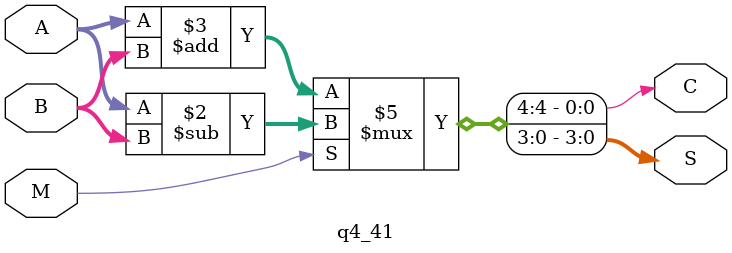
<source format=v>
module q4_41 (A, B, M, S, C);
	
	input [3:0] A, B;
	input M;

	output reg [3:0] S;
	output reg C;

	always @ (A or B or M) begin
		if(M) {C, S} = A - B;
		else {C, S} = A + B;
	end
endmodule

</source>
